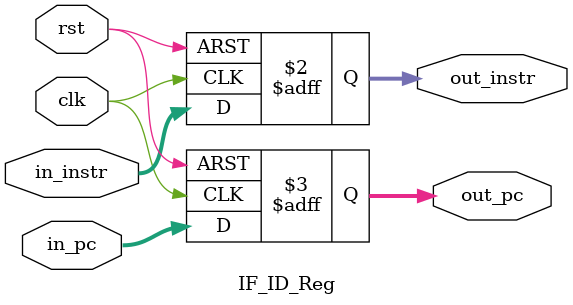
<source format=sv>
module IF_ID_Reg (
    input wire clk,
    input wire rst,
    
    input wire[31:0] in_instr,
    input wire[31:0] in_pc,

    output reg[31:0] out_instr,
    output reg[31:0] out_pc
);
    
    always_ff @(posedge clk or posedge rst) begin : IF_ID
        if (rst) begin
            out_instr <= 0;
            out_pc <= 0;
        end
        else begin
            out_instr <= in_instr;
            out_pc <= in_pc;
        end
    end

endmodule
</source>
